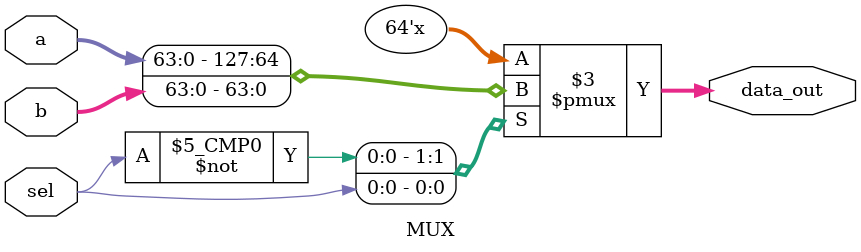
<source format=v>
`timescale 1ns / 1ps


module RISC_V_Processor
(
    input clock,
    input reset
);
// For Program_Counter
wire [63:0] PC_In;
wire [63:0] PC_Out; // goes to two adders: offset and increment
wire [63:0] Out_Inc; // output of the increment adder, goes to MUX
wire [63:0] Out_Offset; // output of the offset adder, goes to MUX
wire [63:0] imData; // input to the offset adder
wire Branch; // used on select line for PC_In selection MUX
wire ZeroALU; // used on select line for PC_In selection MUX
// For Instruction Memory
wire [31:0] Instruction; // Output of the instruction memory module, goes as input to Instruction Parser, Immediate Data Gen, and ALU Control
// For Instruction Parser
wire [6:0] Opcode; // all of these are outputs from parser
wire [6:0] func7;
wire [4:0] rd;
wire [4:0] rs1;
wire [4:0] rs2;
wire [2:0] func3;

// For Register File
wire [63:0] writeData; // input to register memory
wire regWrite; // control input to register mem
wire [63:0] readData1; // output of register mem
wire [63:0] readData2; // output of register mem

// For ALU
wire ALUSrc;
wire [63:0] ALUb;
wire [63:0] ALUout;
wire [3:0] Operation;

// For Data Memory
wire MemWrite;
wire MemRead;
wire [63:0] dataMemOut;
wire MemtoReg;

// For Control Unit
wire [1:0] ALUOp;

// Module Initializations:
Program_Counter PC
(
    .clock(clock),
    .reset(reset),
    .PC_In(PC_In),
    .PC_Out(PC_Out)
);

Adder_64_bit Inst_Increment
(
    .a(PC_Out),
    .b(64'd4),
    .result(Out_Inc)
);

Adder_64_bit Inst_Offset
(
    .a(PC_Out),
    .b(imData << 1),
    .result(Out_Offset)
);

MUX PC_Inst_Offset_Check
(
    .a(Out_Inc),
    .b(Out_Offset),
    .sel(Branch && ZeroALU),
    .data_out(PC_In)
);

Instruction_Memory IM
(
    .Inst_Address(PC_Out),
    .Instruction(Instruction)
);

Instruction_Parser IP
(
    .instruction(Instruction),
    .opcode(Opcode),
    .func7(func7),
    .rd(rd),
    .rs1(rs1),
    .rs2(rs2),
    .func3(func3)
);

registerFile RF
(
    .rs1(rs1),
    .rs2(rs2),
    .rd(rd),
    .writeData(writeData),
    .regWrite(regWrite),
    .clock(clock),
    .reset(reset),
    .readData1(readData1),
    .readData2(readData2)
);

Immediate_Data_Generator IDG
(
    .instruction(Instruction),
    .imm_data(imData)
);

MUX ALU_add_imm
(
    .a(readData2),
    .b(imData),
    .sel(ALUSrc),
    .data_out(ALUb)
);

ALU_64_bit ALU
(
    .a(readData1),
    .b(ALUb),
    .Result(ALUout),
    .ALUOp(Operation),
    .Zero(ZeroALU)
);

Data_Memory DM
(
    .Mem_Addr(ALUout),
    .Write_Data(readData2),
    .clock(clock),
    .memWrite(MemWrite),
    .memRead(MemRead),
    .Read_Data(dataMemOut)
);

MUX ALUout_Read_Data_Check
(
    .b(dataMemOut),
    .a(ALUout),
    .sel(MemtoReg),
    .data_out(writeData)
);

Control_Unit CU
(
    .Opcode(Opcode),
    .Branch(Branch),
    .MemRead(MemRead),
    .MemtoReg(MemtoReg),
    .ALUOp(ALUOp),
    .MemWrite(MemWrite),
    .ALUSrc(ALUSrc),
    .RegWrite(regWrite)
);

ALU_Control AC
(
    .ALUOp(ALUOp),
    .Funct({Instruction[30], Instruction[14:12]}),
    .Operation(Operation)
);
endmodule

//---------------------------------------------------------------------------------------------------------------------------------------------------------------------//
module Adder_64_bit
(
    input [63:0]a,
    input [63:0]b,
    output reg [63:0]result
);

always @(*)
    begin
        result = a + b;
    end
endmodule

//--------------------------------------------------------------------//
module Program_Counter
(
    input clock,
    input reset,
    input [63:0] PC_In,
    output reg [63:0] PC_Out
);

initial
    begin
        PC_Out = 0;
    end
    always @ (posedge clock)
        begin
        if (reset == 1'b0)
            PC_Out = PC_In;
        end
    always @ (*)
        begin
        if (reset == 1'b1)
            PC_Out = 0;
        end
endmodule

//--------------------------------------------------------------------//
module Instruction_Memory
(
    input [61:0] Inst_Address,
    output reg [31:0] Instruction
);
    reg [7:0] instructionsMem [95:0]; //an array of registers for storage wagera
    initial
        begin
        instructionsMem[0] = 8'b00010011;
        instructionsMem[1] = 8'b00001011;
        instructionsMem[2] = 8'b00000000;
        instructionsMem[3] = 8'b00000000;
        instructionsMem[4] = 8'b10010011;
        instructionsMem[5] = 8'b00001011;
        instructionsMem[6] = 8'b00000000;
        instructionsMem[7] = 8'b00000000;
        instructionsMem[8] = 8'b00010011;
        instructionsMem[9] = 8'b00001100;
        instructionsMem[10] = 8'b00000000;
        instructionsMem[11] = 8'b00000000;
        instructionsMem[12] = 8'b10010011;
        instructionsMem[13] = 8'b00001100;
        instructionsMem[14] = 8'b00000000;
        instructionsMem[15] = 8'b00000000;
        instructionsMem[16] = 8'b10010011;
        instructionsMem[17] = 8'b00000010;
        instructionsMem[18] = 8'b00000000;
        instructionsMem[19] = 8'b00000000;
        instructionsMem[20] = 8'b00010011;
        instructionsMem[21] = 8'b00000011;
        instructionsMem[22] = 8'b00000000;
        instructionsMem[23] = 8'b00000000;
        instructionsMem[24] = 8'b10010011;
        instructionsMem[25] = 8'b00000011;
        instructionsMem[26] = 8'b00000000;
        instructionsMem[27] = 8'b00000000;
        instructionsMem[28] = 8'b00010011;
        instructionsMem[29] = 8'b00001101;
        instructionsMem[30] = 8'b01000000;
        instructionsMem[31] = 8'b00000000;
        instructionsMem[32] = 8'b00000011;
        instructionsMem[33] = 8'b00110011;
        instructionsMem[34] = 8'b11111100;
        instructionsMem[35] = 8'b00000000;
        instructionsMem[36] = 8'b10000011;
        instructionsMem[37] = 8'b10110011;
        instructionsMem[38] = 8'b11111100;
        instructionsMem[39] = 8'b00000000;
        instructionsMem[40] = 8'b01100011;
        instructionsMem[41] = 8'b01000100;
        instructionsMem[42] = 8'b01110011;
        instructionsMem[43] = 8'b00000010;
        instructionsMem[44] = 8'b10010011;
        instructionsMem[45] = 8'b10001100;
        instructionsMem[46] = 8'b10001100;
        instructionsMem[47] = 8'b00000000;
        instructionsMem[48] = 8'b10010011;
        instructionsMem[49] = 8'b10001011;
        instructionsMem[50] = 8'b00011011;
        instructionsMem[51] = 8'b00000000;
        instructionsMem[52] = 8'b11100011;
        instructionsMem[53] = 8'b10010110;
        instructionsMem[54] = 8'b10101011;
        instructionsMem[55] = 8'b11111111;
        instructionsMem[56] = 8'b10010011;
        instructionsMem[57] = 8'b00001011;
        instructionsMem[58] = 8'b00000000;
        instructionsMem[59] = 8'b00000000;
        instructionsMem[60] = 8'b10010011;
        instructionsMem[61] = 8'b00001100;
        instructionsMem[62] = 8'b00000000;
        instructionsMem[63] = 8'b00000000;
        instructionsMem[64] = 8'b00010011;
        instructionsMem[65] = 8'b00001011;
        instructionsMem[66] = 8'b00011011;
        instructionsMem[67] = 8'b00000000;
        instructionsMem[68] = 8'b00010011;
        instructionsMem[69] = 8'b00001100;
        instructionsMem[70] = 8'b10001100;
        instructionsMem[71] = 8'b00000000;
        instructionsMem[72] = 8'b11100011;
        instructionsMem[73] = 8'b00011100;
        instructionsMem[74] = 8'b10101011;
        instructionsMem[75] = 8'b11111101;
        instructionsMem[76] = 8'b01100011;
        instructionsMem[77] = 8'b00001010;
        instructionsMem[78] = 8'b00000000;
        instructionsMem[79] = 8'b00000000;
        instructionsMem[80] = 8'b10010011;
        instructionsMem[81] = 8'b00000010;
        instructionsMem[82] = 8'b00000011;
        instructionsMem[83] = 8'b00000000;
        instructionsMem[84] = 8'b10100011;
        instructionsMem[85] = 8'b00110111;
        instructionsMem[86] = 8'b01111100;
        instructionsMem[87] = 8'b00000000;
        instructionsMem[88] = 8'b10100011;
        instructionsMem[89] = 8'b10110111;
        instructionsMem[90] = 8'b01011100;
        instructionsMem[91] = 8'b00000000;
        instructionsMem[92] = 8'b11100011;
        instructionsMem[93] = 8'b00001000;
        instructionsMem[94] = 8'b00000000;
        instructionsMem[95] = 8'b11111100;
        end 
    always @ (*)
    begin
        if (Inst_Address <= 124)
            begin
                Instruction = {instructionsMem[Inst_Address+3], instructionsMem[Inst_Address+2], instructionsMem[Inst_Address+1],
                instructionsMem[Inst_Address]};
            end
        else if (Inst_Address == 125)
            begin
                Instruction = {instructionsMem[Inst_Address+2], instructionsMem[Inst_Address+1], instructionsMem[Inst_Address]};
            end
        else if (Inst_Address == 126)
            begin
                Instruction = {instructionsMem[Inst_Address+1], instructionsMem[Inst_Address]};
            end
        else
            begin
                Instruction = instructionsMem[Inst_Address];
            end
    end
endmodule

//--------------------------------------------------------------------//
module Instruction_Parser
(
    input [31:0] instruction,
    output reg [6:0] opcode,
    output reg [6:0] func7,
    output reg [4:0] rd,
    output reg [4:0] rs1,
    output reg [4:0] rs2,
    output reg [2:0] func3
);
    always @(*)
    begin
        opcode = instruction[6:0];
        func7 = instruction[31:25];
        rd = instruction[11:7];
        rs1 = instruction[19:15];
        rs2 = instruction[24:20];
        func3 = instruction[14:12];
    end
endmodule

//--------------------------------------------------------------------//
module registerFile
(
    input [4:0] rs1,
    input [4:0] rs2,
    input [4:0] rd,
    input [63:0] writeData,
    input regWrite,
    input clock,
    input reset,
    output reg [63:0] readData1,
    output reg [63:0] readData2
);
    reg [63:0] Registers [31:0]; //an array of registers for storage wagera
    initial
        begin
            Registers[0] = 0;
            Registers[1] = 1;
            Registers[2] = 2;
            Registers[3] = 3;
            Registers[4] = 4;
            Registers[5] = 5;
            Registers[6] = 6;
            Registers[7] = 7;
            Registers[8] = 8;
            Registers[9] = 9;
            Registers[10] = 10;
            Registers[11] = 11;
            Registers[12] = 12;
            Registers[13] = 13;
            Registers[14] = 14;
            Registers[15] = 15;
            Registers[16] = 16;
            Registers[17] = 17;
            Registers[18] = 18;
            Registers[19] = 19;
            Registers[20] = 20;
            Registers[21] = 21;
            Registers[22] = 22;
            Registers[23] = 23;
            Registers[24] = 24;
            Registers[25] = 25;
            Registers[26] = 26;
            Registers[27] = 27;
            Registers[28] = 28;
            Registers[29] = 29;
            Registers[30] = 30;
            Registers[31] = 31;
        end
    always @ (posedge clock)
        begin
            case (regWrite)
                1'b1: // if regWrite is HIGH, writeData to the register
                Registers[rd] <= writeData;
            endcase
        end
        always @ (*)
        begin
            case (reset)
                1'b1:
                begin
                    readData1 = 0;
                    readData2 = 0;
                end
                1'b0:
                begin
                    readData1 <= Registers[rs1];
                    readData2 <= Registers[rs2];
                end
            endcase
        end
endmodule

//--------------------------------------------------------------------//
// Code your design here
module ALU_64_bit
(
    input [63:0]a,
    input [63:0]b,
    input [3:0] ALUOp,
    output reg [63:0]Result,
    output reg Zero
);
    always @(*)
    begin
        case(ALUOp[3:0])
        4'b0000:
        begin
        Result = a & b;
        if (Result == 64'b0)
        begin
            Zero = 64'b1;
        end
        else
        begin
            Zero = 64'b0;
        end
        end
        4'b0001:
        begin
        Result = a | b;
        if (Result == 64'b0)
        begin
            Zero = 64'b1;
        end
        else
        begin
            Zero = 64'b0;
        end
        end
        4'b0010:
        begin
        Result = a + b;
        if (Result == 64'b0)
        begin
            Zero = 64'b1;
        end
        else
        begin
            Zero = 64'b0;
        end
        end
        4'b0110:
        begin
        Result = a - b;
        if (Result == 64'b0)
        begin
            Zero = 64'b1;
        end
        else
        begin
            Zero = 64'b0;
        end
        end
        4'b1100:
        begin
        Result = ~(a | b);
        if (Result == 64'b0)
        begin
            Zero = 64'b1;
        end
        else
        begin
            Zero = 64'b0;
        end
        end  
        4'b1010: // For less than equal BLT <=
        begin
        Result = b + (~a);
        if (Result[63] == 0 & Result != 64'b0)
        begin
            Zero = 64'b1;
        end
        else
        begin
            Zero = 64'b0;
        end
        end
        4'b0011: // For BNE
        begin
        Result = a - b;
        if (Result == 64'b0)
        begin
            Zero = 64'b0;
        end
        else
        begin
            Zero = 64'b1;
        end
        end
    endcase
    end
    endmodule
    
//--------------------------------------------------------------------//
module Immediate_Data_Generator
(
    input [31:0] instruction,
    output reg [63:0] imm_data
);
    reg [51:0] extension;
    always @(*)
    begin
    case(instruction[6:5])
        2'b00:
            imm_data = instruction[31:20];
        2'b01:
            imm_data = {instruction[31:25], instruction[11:7]};
        2'b11:
            imm_data = {instruction[31], instruction[7], instruction[30:25], instruction[11:8]};
        default: imm_data = 64'b0;
    endcase
    extension = {52{imm_data[11]}};
    imm_data = {extension, imm_data[11:0]};
    end
endmodule

//--------------------------------------------------------------------//
module Data_Memory
(
    input [63:0] Mem_Addr,
    input [63:0] Write_Data,
    input clock,
    input memWrite,
    input memRead,
    output reg [63:0] Read_Data,
    output [63:0] element1,
    output [63:0] element2,
    output [63:0] element3,
    output [63:0] element4
);
    reg [7:0] dataMem [63:0];
    integer i;
    initial
    begin
    i = 0;
    for (i = 0; i <= 63; i = i + 1)
    begin
        dataMem[i] = 8'b00000000;
    end
    dataMem[15] = 8'b00001100;
    dataMem[23] = 8'b00000110;
    dataMem[31] = 8'b00001000;
    dataMem[39] = 8'b00000001;
    end
    assign element1={dataMem[22],dataMem[21],dataMem[20],dataMem[19], dataMem[18], dataMem[17], dataMem[16], dataMem[15]};
    assign element2={dataMem[30],dataMem[29],dataMem[28],dataMem[27], dataMem[26], dataMem[25], dataMem[24], dataMem[23]};
    assign element3={dataMem[38],dataMem[37],dataMem[36],dataMem[35], dataMem[34], dataMem[33], dataMem[32], dataMem[31]};
    assign element4={dataMem[46],dataMem[45],dataMem[44],dataMem[43], dataMem[42], dataMem[41], dataMem[40], dataMem[39]};
    always @ (posedge clock)
    begin
    if (memWrite == 1'b1)
    begin
    if (Mem_Addr <= 56)
    begin
        dataMem[Mem_Addr] = Write_Data[7:0];
        dataMem[Mem_Addr+1] = Write_Data[15:8];
        dataMem[Mem_Addr+2] = Write_Data[23:9];
        dataMem[Mem_Addr+3] = Write_Data[31:24];
        dataMem[Mem_Addr+4] = Write_Data[39:32];
        dataMem[Mem_Addr+5] = Write_Data[47:40];
        dataMem[Mem_Addr+6] = Write_Data[55:48];
        dataMem[Mem_Addr+7] = Write_Data[63:56];
    end
    else if (Mem_Addr == 57)
    begin
        dataMem[Mem_Addr] = Write_Data[7:0];
        dataMem[Mem_Addr+1] = Write_Data[15:8];
        dataMem[Mem_Addr+2] = Write_Data[23:9];
        dataMem[Mem_Addr+3] = Write_Data[31:24];
        dataMem[Mem_Addr+4] = Write_Data[39:32];
        dataMem[Mem_Addr+5] = Write_Data[47:40];
        dataMem[Mem_Addr+6] = Write_Data[55:48];
    end
    else if (Mem_Addr == 58)
    begin
        dataMem[Mem_Addr] = Write_Data[7:0];
        dataMem[Mem_Addr+1] = Write_Data[15:8];
        dataMem[Mem_Addr+2] = Write_Data[23:16];
        dataMem[Mem_Addr+3] = Write_Data[31:24];
        dataMem[Mem_Addr+4] = Write_Data[39:32];
        dataMem[Mem_Addr+5] = Write_Data[47:40];
    end
    else if (Mem_Addr == 59)
    begin
        dataMem[Mem_Addr] = Write_Data[7:0];
        dataMem[Mem_Addr+1] = Write_Data[15:8];
        dataMem[Mem_Addr+2] = Write_Data[23:16];
        dataMem[Mem_Addr+3] = Write_Data[31:24];
        dataMem[Mem_Addr+4] = Write_Data[39:32];
    end
    else if (Mem_Addr == 60)
    begin
        dataMem[Mem_Addr] = Write_Data[7:0];
        dataMem[Mem_Addr+1] = Write_Data[15:8];
        dataMem[Mem_Addr+2] = Write_Data[23:16];
        dataMem[Mem_Addr+3] = Write_Data[31:24];
    end
    else if (Mem_Addr == 61)
    begin
        dataMem[Mem_Addr] = Write_Data[7:0];
        dataMem[Mem_Addr+1] = Write_Data[15:8];
        dataMem[Mem_Addr+2] = Write_Data[23:16];
    end
    else if (Mem_Addr == 62)
    begin
        dataMem[Mem_Addr] = Write_Data[7:0];
        dataMem[Mem_Addr+1] = Write_Data[15:8];
    end
    else
    begin
        dataMem[Mem_Addr] = Write_Data[7:0];
    end
    end
    end
    always @ (*)
    begin
    if (memRead == 1'b1)
    begin
    if (Mem_Addr <= 56)
    begin
        Read_Data = {dataMem[Mem_Addr+7], dataMem[Mem_Addr+6], dataMem[Mem_Addr+5], dataMem[Mem_Addr+4], dataMem[Mem_Addr+3], dataMem[Mem_Addr+2], dataMem[Mem_Addr+1], dataMem[Mem_Addr]};
    end
    else if (Mem_Addr == 57)
    begin
        Read_Data = {dataMem[Mem_Addr+6], dataMem[Mem_Addr+5], dataMem[Mem_Addr+4], dataMem[Mem_Addr+3], dataMem[Mem_Addr+2], dataMem[Mem_Addr+1], dataMem[Mem_Addr]};
    end
    else if (Mem_Addr == 58)
    begin
        Read_Data = {dataMem[Mem_Addr+5], dataMem[Mem_Addr+4], dataMem[Mem_Addr+3], dataMem[Mem_Addr+2], dataMem[Mem_Addr+1], dataMem[Mem_Addr]};
    end
    else if (Mem_Addr == 59)
    begin
        Read_Data = {dataMem[Mem_Addr+4], dataMem[Mem_Addr+3], dataMem[Mem_Addr+2], dataMem[Mem_Addr+1], dataMem[Mem_Addr]};
    end
    else if (Mem_Addr == 60)
    begin
        Read_Data = {dataMem[Mem_Addr+3], dataMem[Mem_Addr+2], dataMem[Mem_Addr+1], dataMem[Mem_Addr]};
    end
    else if (Mem_Addr == 61)
    begin
        Read_Data = {dataMem[Mem_Addr+2], dataMem[Mem_Addr+1], dataMem[Mem_Addr]};
    end
    else if (Mem_Addr == 62)
    begin
        Read_Data = {dataMem[Mem_Addr+1], dataMem[Mem_Addr]};
    end
    else
    begin
        Read_Data = dataMem[Mem_Addr];
    end
    end
    end
endmodule

//--------------------------------------------------------------------//
module Control_Unit
(
    input [6:0] Opcode,
    output reg Branch,
    output reg MemRead,
    output reg MemtoReg,
    output reg [1:0] ALUOp,
    output reg MemWrite,
    output reg ALUSrc,
    output reg RegWrite
);
    initial
    begin
        ALUSrc = 1'b0;
        MemtoReg = 1'b0;
        RegWrite = 1'b0;
        MemRead = 1'b0;
        MemWrite = 1'b0;
        Branch = 1'b0;
        ALUOp = 2'b00;
    end
    always @(*)
    begin
        case(Opcode)
            7'b0110011:
            begin
                ALUSrc = 1'b0;
                MemtoReg = 1'b0;
                RegWrite = 1'b1;
                MemRead = 1'b0;
                MemWrite = 1'b0;
                Branch = 1'b0;
                ALUOp = 2'b10;
            end
            7'b0000011:
            begin
                ALUSrc = 1'b1;
                MemtoReg = 1'b1;
                RegWrite = 1'b1;
                MemRead = 1'b1;
                MemWrite = 1'b0;
                Branch = 1'b0;
                ALUOp = 2'b00;
            end
            7'b0100011:
            begin
                ALUSrc = 1'b1;
                RegWrite = 1'b0;
                MemRead = 1'b0;
                MemWrite = 1'b1;
                Branch = 1'b0;
                ALUOp = 2'b00;
            end
            7'b1100011:
            begin
                ALUSrc = 1'b0;
                RegWrite = 1'b0;
                MemRead = 1'b0;
                MemWrite = 1'b0;
                Branch = 1'b1;
                ALUOp = 2'b01;
            end
            7'b0010011: //for addi instruction
            begin
                ALUSrc = 1'b1;
                MemtoReg = 1'b0;
                RegWrite = 1'b1;
                MemRead = 1'b0;
                MemWrite = 1'b0;
                Branch = 1'b0;
                ALUOp = 2'b10;
            end
        endcase
    end
endmodule

// Addi x5, x6, 8 --> needs to read acces a register, needs to write access a register, needs to perform addition on ALU, ALU source needs to be from immediate data generator, not another register
// RegWrite = 1
// ALUSrc = 1
// MemtoReg = 0
// MemRead = 0
// Branch = 0
//--------------------------------------------------------------------//

module ALU_Control
(
    input [1:0] ALUOp,
    input [3:0] Funct,
    output reg [3:0] Operation
);
    always @ (*)
    begin
    if (ALUOp == 2'b00)
    begin
        Operation = 4'b0010;
    end
    else if (ALUOp == 2'b01)
        case (Funct)
            4'b0000:
                Operation = 4'b0110;
            4'b1001:
                Operation = 4'b0011;
            4'b0100:
                Operation = 4'b1010;
            endcase
            else if (ALUOp == 2'b10)
            begin
                case (Funct)
                    4'b0000:
                    begin
                        Operation = 4'b0010;
                    end
                    4'b1000:
                    begin
                        Operation = 4'b0110;
                    end
                    4'b0111:
                    begin
                        Operation = 4'b0000;
                    end
                    4'b0110:
                    begin
                        Operation = 4'b0001;
                    end
                endcase
        end
    end
endmodule


module MUX
(
    input [63:0] a,
    input [63:0] b,
    input sel,
    output reg [63:0] data_out
    );
    always @(*)
    begin
        case(sel)
        1'b0:
            data_out = a;
        1'b1:
            data_out = b;
        endcase
    end
endmodule

</source>
